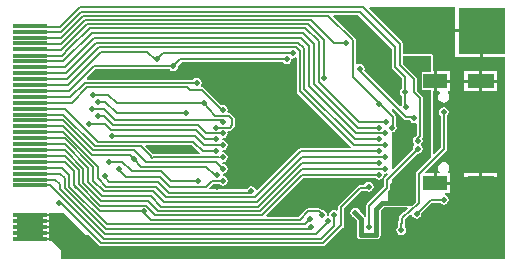
<source format=gbl>
G04*
G04 #@! TF.GenerationSoftware,Altium Limited,Altium Designer,18.1.7 (191)*
G04*
G04 Layer_Physical_Order=2*
G04 Layer_Color=16711680*
%FSLAX44Y44*%
%MOMM*%
G71*
G01*
G75*
%ADD11C,0.2000*%
%ADD12C,0.1500*%
%ADD62C,0.4000*%
%ADD69R,2.0000X1.2000*%
%ADD70R,2.3000X1.2000*%
%ADD71R,4.0000X4.0000*%
%ADD72C,0.5080*%
%ADD73R,3.0000X0.3500*%
%ADD74R,2.7000X3.1000*%
%ADD75R,4.3000X6.8000*%
%ADD76R,37.7000X1.0000*%
%ADD77R,2.3000X2.1000*%
G36*
X410427Y457874D02*
Y430000D01*
X410622Y429015D01*
X411180Y428180D01*
X456517Y382844D01*
X455991Y381573D01*
X414000D01*
X413015Y381378D01*
X412180Y380820D01*
X377260Y345899D01*
X375882Y346317D01*
X375828Y346586D01*
X374930Y347930D01*
X373586Y348828D01*
X372000Y349144D01*
X370414Y348828D01*
X369070Y347930D01*
X368172Y346586D01*
X368169Y346573D01*
X337009D01*
X336483Y347843D01*
X340066Y351427D01*
X344832D01*
X345070Y351070D01*
X346414Y350172D01*
X348000Y349856D01*
X349586Y350172D01*
X350930Y351070D01*
X351828Y352414D01*
X352144Y354000D01*
X351828Y355586D01*
X350930Y356930D01*
X349586Y357828D01*
X348250Y358094D01*
X347782Y359000D01*
X348250Y359906D01*
X349586Y360172D01*
X350930Y361070D01*
X351828Y362414D01*
X352144Y364000D01*
X351828Y365586D01*
X350930Y366930D01*
X349586Y367828D01*
X348000Y368144D01*
X347882Y368120D01*
X347373Y368686D01*
X348000Y369856D01*
X349586Y370172D01*
X350930Y371070D01*
X351828Y372414D01*
X352144Y374000D01*
X351828Y375586D01*
X350930Y376930D01*
X349586Y377828D01*
X348000Y378144D01*
X347292Y379000D01*
X348000Y379856D01*
X349586Y380172D01*
X350930Y381070D01*
X351828Y382414D01*
X352144Y384000D01*
X351828Y385586D01*
X350930Y386930D01*
X349586Y387828D01*
X348000Y388144D01*
X347292Y389000D01*
X348000Y389856D01*
X349586Y390172D01*
X350930Y391070D01*
X351828Y392414D01*
X352144Y394000D01*
X351914Y395157D01*
X352677Y396427D01*
X354000D01*
X354985Y396622D01*
X355820Y397180D01*
X357820Y399180D01*
X358378Y400015D01*
X358573Y401000D01*
Y406000D01*
X358378Y406985D01*
X357820Y407820D01*
X354820Y410820D01*
X353985Y411378D01*
X353000Y411573D01*
X352677D01*
X351914Y412844D01*
X352144Y414000D01*
X351828Y415586D01*
X350930Y416930D01*
X349586Y417828D01*
X348000Y418144D01*
X346745Y417894D01*
X331820Y432820D01*
X330985Y433378D01*
X330111Y433551D01*
X329867Y433878D01*
X329447Y434843D01*
X329828Y435414D01*
X330144Y437000D01*
X329828Y438586D01*
X328930Y439930D01*
X327586Y440828D01*
X326000Y441144D01*
X324414Y440828D01*
X323070Y439930D01*
X322832Y439573D01*
X233000D01*
Y441361D01*
X240066Y448427D01*
X302832D01*
X303070Y448070D01*
X304414Y447172D01*
X306000Y446856D01*
X307586Y447172D01*
X308930Y448070D01*
X309828Y449414D01*
X310144Y451000D01*
X310060Y451421D01*
X313066Y454426D01*
X398832D01*
X399070Y454070D01*
X400414Y453172D01*
X402000Y452856D01*
X403586Y453172D01*
X404930Y454070D01*
X405828Y455414D01*
X406092Y456742D01*
X406602Y457398D01*
X407258Y457908D01*
X408586Y458172D01*
X409157Y458553D01*
X410427Y457874D01*
D02*
G37*
G36*
X491427Y465934D02*
Y450000D01*
X491622Y449015D01*
X492180Y448180D01*
X499427Y440934D01*
Y432168D01*
X499070Y431930D01*
X498172Y430586D01*
X497856Y429000D01*
X498172Y427414D01*
X499070Y426070D01*
X499427Y425832D01*
Y418000D01*
X499432Y417975D01*
X499172Y417586D01*
X499118Y417317D01*
X497740Y416899D01*
X467587Y447053D01*
X467828Y447414D01*
X468144Y449000D01*
X467828Y450586D01*
X466930Y451930D01*
X465586Y452828D01*
X464000Y453144D01*
X462414Y452828D01*
X461843Y452447D01*
X460574Y453126D01*
Y473000D01*
X460378Y473985D01*
X459820Y474820D01*
X441194Y493445D01*
X441680Y494618D01*
X462742D01*
X491427Y465934D01*
D02*
G37*
G36*
X524000Y445824D02*
X516306D01*
Y430776D01*
X524000D01*
X524000Y373639D01*
X512180Y361820D01*
X511622Y360985D01*
X511427Y360000D01*
Y336041D01*
X507879Y333000D01*
X488000Y333000D01*
Y345360D01*
X488820Y346180D01*
X489378Y347015D01*
X489573Y348000D01*
Y351526D01*
X491000Y353111D01*
Y355361D01*
X512579Y376940D01*
X513000Y376856D01*
X514586Y377172D01*
X515930Y378070D01*
X516828Y379414D01*
X517144Y381000D01*
X516828Y382586D01*
X515930Y383930D01*
Y385070D01*
X516828Y386414D01*
X517144Y388000D01*
X516828Y389586D01*
X516587Y389947D01*
X516820Y390180D01*
X517378Y391015D01*
X517574Y392000D01*
Y424000D01*
X517378Y424985D01*
X516820Y425820D01*
X512573Y430066D01*
Y440000D01*
X512378Y440985D01*
X511820Y441820D01*
X500573Y453066D01*
Y460000D01*
X524000Y460000D01*
Y445824D01*
D02*
G37*
G36*
X328517Y377843D02*
X327991Y376573D01*
X289000D01*
X288986Y376571D01*
X288820Y376820D01*
X282386Y383253D01*
X282872Y384426D01*
X321934D01*
X328517Y377843D01*
D02*
G37*
G36*
X501180Y406180D02*
X502015Y405622D01*
X503000Y405426D01*
X506169D01*
X506172Y405414D01*
X507070Y404070D01*
X508414Y403172D01*
X510000Y402856D01*
X511157Y403086D01*
X512427Y402323D01*
Y393066D01*
X510735Y391374D01*
X510070Y390930D01*
X509172Y389586D01*
X508856Y388000D01*
X509172Y386414D01*
X510070Y385070D01*
Y383930D01*
X509172Y382586D01*
X508856Y381000D01*
X508940Y380579D01*
X492173Y363813D01*
X491000Y364299D01*
Y385000D01*
Y394856D01*
X491000Y394856D01*
X492586Y395172D01*
X493930Y396070D01*
X494828Y397414D01*
X495144Y399000D01*
X494828Y400586D01*
X494574Y400967D01*
Y408000D01*
X494378Y408985D01*
X493820Y409820D01*
X491000Y412640D01*
Y414701D01*
X492173Y415187D01*
X501180Y406180D01*
D02*
G37*
G36*
X544460Y482270D02*
X567000D01*
Y481000D01*
X568270D01*
Y458460D01*
X587000D01*
Y331540D01*
X568270D01*
Y309000D01*
X567000D01*
Y307730D01*
X544460D01*
Y289000D01*
X233000D01*
Y295000D01*
X211000Y295000D01*
X203000Y303000D01*
X201000D01*
Y327000D01*
X213000D01*
X233000Y307000D01*
Y307701D01*
X234173Y308187D01*
X243180Y299180D01*
X244015Y298622D01*
X245000Y298427D01*
X432839D01*
X433823Y298622D01*
X434658Y299180D01*
X449820Y314342D01*
X450378Y315177D01*
X450573Y316161D01*
Y330934D01*
X465066Y345426D01*
X469533D01*
X469914Y345172D01*
X471500Y344856D01*
X473086Y345172D01*
X474430Y346070D01*
X475328Y347414D01*
X475644Y349000D01*
X475328Y350586D01*
X474430Y351930D01*
X473086Y352828D01*
X471500Y353144D01*
X469914Y352828D01*
X468570Y351930D01*
X467672Y350586D01*
X467669Y350573D01*
X464000D01*
X463015Y350378D01*
X462180Y349820D01*
X446180Y333820D01*
X445622Y332985D01*
X445426Y332000D01*
Y329126D01*
X444156Y328447D01*
X443586Y328828D01*
X442000Y329144D01*
X440414Y328828D01*
X439070Y327930D01*
X438172Y326586D01*
X437856Y325000D01*
X437000Y323990D01*
X436144Y325000D01*
X435828Y326586D01*
X434930Y327930D01*
X433586Y328828D01*
X432000Y329144D01*
X431580Y329060D01*
X430820Y329820D01*
X429985Y330378D01*
X429000Y330574D01*
X420000D01*
X419015Y330378D01*
X418180Y329820D01*
X412030Y323669D01*
X385072D01*
X384546Y324939D01*
X416033Y356427D01*
X476832D01*
X477070Y356070D01*
X478414Y355172D01*
X480000Y354856D01*
X481586Y355172D01*
X482930Y356070D01*
X483828Y357414D01*
X484092Y358742D01*
X484602Y359398D01*
X485258Y359908D01*
X486586Y360172D01*
X487040Y360475D01*
X487849Y359489D01*
X485180Y356820D01*
X484622Y355985D01*
X484426Y355000D01*
Y349066D01*
X470180Y334820D01*
X469622Y333985D01*
X469426Y333000D01*
Y323830D01*
X469402Y323820D01*
X468157Y323619D01*
X467541Y324541D01*
X463911Y328171D01*
X463828Y328586D01*
X462930Y329930D01*
X461586Y330828D01*
X460000Y331144D01*
X458414Y330828D01*
X457070Y329930D01*
X456172Y328586D01*
X455856Y327000D01*
X456172Y325414D01*
X457070Y324070D01*
X458414Y323172D01*
X458829Y323089D01*
X461407Y320512D01*
Y308000D01*
X461680Y306625D01*
X462459Y305459D01*
X463625Y304681D01*
X465000Y304407D01*
X478000D01*
X479375Y304681D01*
X480541Y305459D01*
X481320Y306625D01*
X481593Y308000D01*
Y328512D01*
X484488Y331407D01*
X487864D01*
X488000Y331350D01*
X504124Y331350D01*
X504565Y330159D01*
X498149Y324660D01*
X497528Y323870D01*
X497258Y322903D01*
X496675Y315334D01*
X496070Y314930D01*
X495172Y313586D01*
X494856Y312000D01*
X495172Y310414D01*
X496070Y309070D01*
X497414Y308172D01*
X499000Y307856D01*
X500586Y308172D01*
X501930Y309070D01*
X502828Y310414D01*
X503144Y312000D01*
X502828Y313586D01*
X501930Y314930D01*
X501813Y315009D01*
X502308Y321446D01*
X506716Y325224D01*
X508106Y324743D01*
X508172Y324414D01*
X509070Y323070D01*
X510414Y322172D01*
X512000Y321856D01*
X513586Y322172D01*
X514930Y323070D01*
X515828Y324414D01*
X516144Y326000D01*
X516060Y326421D01*
X525066Y335427D01*
X531832D01*
X532070Y335070D01*
X533414Y334172D01*
X535000Y333856D01*
X536586Y334172D01*
X537930Y335070D01*
X538828Y336414D01*
X539144Y338000D01*
X538828Y339586D01*
X537930Y340930D01*
X536586Y341828D01*
X535772Y341990D01*
X535897Y343260D01*
X540370D01*
Y350530D01*
X527830D01*
Y351800D01*
X526560D01*
Y360340D01*
X519639D01*
X519153Y361513D01*
X536820Y379180D01*
X537378Y380015D01*
X537573Y381000D01*
Y408832D01*
X537930Y409070D01*
X538828Y410414D01*
X539144Y412000D01*
X538828Y413586D01*
X537930Y414930D01*
X536586Y415828D01*
X535000Y416144D01*
X533414Y415828D01*
X532070Y414930D01*
X531172Y413586D01*
X530856Y412000D01*
X531172Y410414D01*
X532070Y409070D01*
X532426Y408832D01*
Y382066D01*
X526823Y376462D01*
X525650Y376948D01*
X525649Y429760D01*
X526560D01*
Y438300D01*
Y446840D01*
X525649D01*
Y460000D01*
X525166Y461166D01*
X524000Y461650D01*
X500573Y461650D01*
Y470000D01*
X500378Y470985D01*
X499820Y471820D01*
X471813Y499827D01*
X472299Y501000D01*
X544460D01*
Y482270D01*
D02*
G37*
%LPC*%
G36*
X565730Y479730D02*
X544460D01*
Y458460D01*
X565730D01*
Y479730D01*
D02*
G37*
G36*
X580470Y446840D02*
X567700D01*
Y439570D01*
X580470D01*
Y446840D01*
D02*
G37*
G36*
X540370D02*
X529100D01*
Y439570D01*
X540370D01*
Y446840D01*
D02*
G37*
G36*
X565160D02*
X552390D01*
Y439570D01*
X565160D01*
Y446840D01*
D02*
G37*
G36*
X580470Y437030D02*
X567700D01*
Y429760D01*
X580470D01*
Y437030D01*
D02*
G37*
G36*
X565160D02*
X552390D01*
Y429760D01*
X565160D01*
Y437030D01*
D02*
G37*
G36*
X540370D02*
X529100D01*
Y429760D01*
X531245D01*
X531630Y428490D01*
X531558Y428442D01*
X530503Y426863D01*
X530132Y425000D01*
X530503Y423137D01*
X531558Y421558D01*
X533137Y420503D01*
X535000Y420132D01*
X536863Y420503D01*
X538442Y421558D01*
X539497Y423137D01*
X539868Y425000D01*
X539497Y426863D01*
X538442Y428442D01*
X538370Y428490D01*
X538755Y429760D01*
X540370D01*
Y437030D01*
D02*
G37*
G36*
X580470Y360340D02*
X567700D01*
Y353070D01*
X580470D01*
Y360340D01*
D02*
G37*
G36*
X535000Y369868D02*
X533137Y369497D01*
X531558Y368442D01*
X530503Y366863D01*
X530132Y365000D01*
X530503Y363137D01*
X531524Y361610D01*
X531463Y361308D01*
X531095Y360340D01*
X529100D01*
Y353070D01*
X540370D01*
Y360340D01*
X538905D01*
X538537Y361308D01*
X538476Y361610D01*
X539497Y363137D01*
X539868Y365000D01*
X539497Y366863D01*
X538442Y368442D01*
X536863Y369497D01*
X535000Y369868D01*
D02*
G37*
G36*
X565160Y360340D02*
X552390D01*
Y353070D01*
X565160D01*
Y360340D01*
D02*
G37*
G36*
X580470Y350530D02*
X567700D01*
Y343260D01*
X580470D01*
Y350530D01*
D02*
G37*
G36*
X565160D02*
X552390D01*
Y343260D01*
X565160D01*
Y350530D01*
D02*
G37*
G36*
X565730Y331540D02*
X544460D01*
Y310270D01*
X565730D01*
Y331540D01*
D02*
G37*
%LPD*%
D11*
X493000Y426000D02*
X494000D01*
X482000Y455000D02*
Y456000D01*
X427000Y309000D02*
X437000Y319000D01*
X248000Y309000D02*
X427000D01*
X464000Y348000D02*
X471500D01*
X210000Y336000D02*
X245000Y301000D01*
X458000Y442000D02*
X492000Y408000D01*
X442000Y316000D02*
Y325000D01*
X431000Y305000D02*
X442000Y316000D01*
X247000Y305000D02*
X431000D01*
X512000Y389000D02*
X515000Y392000D01*
X483000Y436000D02*
X493000Y426000D01*
X483000Y436000D02*
Y455000D01*
X502000Y418000D02*
X504000Y416000D01*
X502000Y429000D02*
Y442000D01*
Y418000D02*
Y429000D01*
X494000Y450000D02*
X502000Y442000D01*
X485000Y394000D02*
X486000D01*
X461000D02*
X485000D01*
X487000Y355000D02*
X513000Y381000D01*
X487000Y348000D02*
Y355000D01*
X491000Y399000D02*
X492000Y400000D01*
X494000Y450000D02*
Y467000D01*
X510000Y429000D02*
X515000Y424000D01*
X498000Y452000D02*
Y470000D01*
X510000Y429000D02*
Y440000D01*
X498000Y452000D02*
X510000Y440000D01*
X514000Y334857D02*
Y360000D01*
X499823Y322706D02*
X514000Y334857D01*
X499076Y312994D02*
X499823Y322706D01*
X514000Y360000D02*
X535000Y381000D01*
X524000Y338000D02*
X535000D01*
X512000Y326000D02*
X524000Y338000D01*
X472000Y315000D02*
Y333000D01*
X487000Y348000D01*
X448000Y332000D02*
X464000Y348000D01*
X448000Y316161D02*
Y332000D01*
X432839Y301000D02*
X448000Y316161D01*
X499000Y357000D02*
X520000Y378000D01*
X499000Y313000D02*
X499076Y312994D01*
X515000Y392000D02*
Y424000D01*
X473000Y465000D02*
X482000Y456000D01*
X535000Y381000D02*
Y412000D01*
X339000Y446000D02*
X342000Y449000D01*
X503000Y408000D02*
X510000D01*
X464000Y447000D02*
X503000Y408000D01*
X464000Y447000D02*
Y449000D01*
X399000Y385000D02*
Y425000D01*
X400000Y426000D01*
X257000Y405000D02*
X348000D01*
X243000Y420000D02*
X244000Y421000D01*
X253000Y397000D02*
X325000D01*
X248000Y402000D02*
X253000Y397000D01*
X236000Y402000D02*
X248000D01*
X248000Y421000D02*
X258000Y411000D01*
X242000Y409000D02*
X247000D01*
X255000Y401000D02*
X327000D01*
X247000Y409000D02*
X255000Y401000D01*
X247000Y415000D02*
X257000Y405000D01*
X237000Y415000D02*
X247000D01*
X244000Y421000D02*
X248000D01*
X258000Y420000D02*
X332000D01*
X251000Y427000D02*
X258000Y420000D01*
X238000Y427000D02*
X251000D01*
X214000Y415000D02*
X242000Y387000D01*
X196000Y415000D02*
X214000D01*
X198000Y410000D02*
X213000D01*
X185750Y420000D02*
X220000D01*
X233000Y433000D01*
X318000D01*
X231000Y437000D02*
X326000D01*
X219000Y425000D02*
X231000Y437000D01*
X198000Y425000D02*
X219000D01*
X239000Y451000D02*
X306000D01*
X218000Y430000D02*
X239000Y451000D01*
X198000Y430000D02*
X218000D01*
X442000Y471000D02*
X452000D01*
X422856Y490144D02*
X442000Y471000D01*
X231095Y490144D02*
X422856D01*
X291000Y457000D02*
X292000Y458000D01*
X284000Y463000D02*
X291000Y456000D01*
Y457000D01*
X245000Y463000D02*
X284000D01*
X217000Y435000D02*
X245000Y463000D01*
X197000Y435000D02*
X217000D01*
X243000Y467000D02*
X410000D01*
X216000Y440000D02*
X243000Y467000D01*
X199000Y440000D02*
X216000D01*
X241000Y471000D02*
X412000D01*
X215000Y445000D02*
X241000Y471000D01*
X195500Y445000D02*
X215000D01*
X239000Y475000D02*
X414000D01*
X214000Y450000D02*
X239000Y475000D01*
X195500Y450000D02*
X214000D01*
X237000Y479000D02*
X415572D01*
X213000Y455000D02*
X237000Y479000D01*
X196500Y455000D02*
X213000D01*
X415572Y479000D02*
X425000Y469572D01*
X520000Y378000D02*
Y418000D01*
X244000Y328000D02*
X281000D01*
X222000Y350000D02*
X244000Y328000D01*
X293000Y353000D02*
X302000Y344000D01*
X252000Y353000D02*
X293000D01*
X248000Y357000D02*
X252000Y353000D01*
X291000Y349000D02*
X300000Y340000D01*
X249000Y349000D02*
X291000D01*
X242000Y356000D02*
X249000Y349000D01*
X289000Y345000D02*
X298000Y336000D01*
X247000Y345000D02*
X289000D01*
X238000Y354000D02*
X247000Y345000D01*
X287000Y341000D02*
X295856Y332144D01*
X246000Y341000D02*
X287000D01*
X234000Y353000D02*
X246000Y341000D01*
X285000Y337000D02*
X293380Y328620D01*
X245000Y337000D02*
X285000D01*
X230000Y352000D02*
X245000Y337000D01*
X283000Y333000D02*
X290904Y325096D01*
X244000Y333000D02*
X283000D01*
X226000Y351000D02*
X244000Y333000D01*
X281000Y327000D02*
Y328000D01*
X467000Y501000D02*
X498000Y470000D01*
X492000Y400000D02*
Y408000D01*
X458000Y442000D02*
Y473000D01*
X316000Y446000D02*
X339000D01*
X306000Y451000D02*
X312000Y457000D01*
X292000D02*
X297000Y462000D01*
X258000Y411000D02*
X317000D01*
X331000Y379000D02*
X341000D01*
X323000Y387000D02*
X331000Y379000D01*
X242000Y387000D02*
X323000D01*
X332000Y384000D02*
X347000D01*
X324000Y392000D02*
X332000Y384000D01*
X254000Y392000D02*
X324000D01*
X333000Y389000D02*
X340000D01*
X325000Y397000D02*
X333000Y389000D01*
X334000Y394000D02*
X347000D01*
X327000Y401000D02*
X334000Y394000D01*
X304000Y354000D02*
X327000D01*
X296000Y362000D02*
X304000Y354000D01*
X271000Y362000D02*
X296000D01*
X259000Y363000D02*
X260000D01*
X261000D01*
X303000Y349000D02*
X334000D01*
X295000Y357000D02*
X303000Y349000D01*
X266000Y357000D02*
X295000D01*
X302000Y344000D02*
X371000D01*
X300000Y340000D02*
X375000D01*
X339000Y354000D02*
X348000D01*
X334000Y349000D02*
X339000Y354000D01*
X415000Y374000D02*
X486000D01*
X377000Y336000D02*
X415000Y374000D01*
X298000Y336000D02*
X377000D01*
X414000Y379000D02*
X481000D01*
X375000Y340000D02*
X414000Y379000D01*
X371000Y344000D02*
X372000Y345000D01*
X343000Y349000D02*
X354000D01*
X357000Y352000D01*
X437332Y493668D02*
X458000Y473000D01*
X229635Y493668D02*
X437332D01*
X433000Y441000D02*
X434000Y442000D01*
Y473000D01*
X420380Y486620D02*
X434000Y473000D01*
X232620Y486620D02*
X420380D01*
X211000Y465000D02*
X232620Y486620D01*
X429000Y438000D02*
Y472000D01*
X417904Y483096D02*
X429000Y472000D01*
X235096Y483096D02*
X417904D01*
X425000Y436000D02*
Y469572D01*
X421000Y434000D02*
Y468000D01*
X414000Y475000D02*
X421000Y468000D01*
X417000Y432000D02*
Y466000D01*
X412000Y471000D02*
X417000Y466000D01*
X413000Y430000D02*
Y464000D01*
X413000D02*
X413000D01*
X410000Y467000D02*
X413000Y464000D01*
X297000Y462000D02*
X407000D01*
X312000Y457000D02*
X402000D01*
X306000Y451000D02*
Y451000D01*
X341000Y409000D02*
X353000D01*
X332000Y420000D02*
X341000Y409000D01*
X330000Y431000D02*
X347000Y414000D01*
X320000Y431000D02*
X330000D01*
X318000Y433000D02*
X320000Y431000D01*
X295856Y332144D02*
X378144D01*
X293380Y328620D02*
X379604D01*
X290904Y325096D02*
X381063D01*
X286904Y321096D02*
X385096D01*
X281000Y327000D02*
X286904Y321096D01*
X260000Y363000D02*
X266000Y357000D01*
X270000Y363000D02*
X271000Y362000D01*
X272484Y372516D02*
X279000Y366000D01*
X334000D02*
X341000Y359000D01*
X279000Y366000D02*
X334000D01*
X342000Y370000D02*
X348000Y364000D01*
X283000Y370000D02*
X342000D01*
X273000Y380000D02*
X283000Y370000D01*
X250000Y317000D02*
X417000D01*
X218000Y349000D02*
X250000Y317000D01*
X214000Y348000D02*
X249000Y313000D01*
X210000Y347000D02*
X248000Y309000D01*
X202000Y350000D02*
X247000Y305000D01*
X270000Y363000D02*
Y363000D01*
X415000Y369000D02*
X481000D01*
X252000Y370000D02*
X263000D01*
X270000Y363000D01*
X417000Y317000D02*
X418000Y318000D01*
X245000Y301000D02*
X432839D01*
X357000Y352000D02*
X375000D01*
X248000Y357000D02*
Y358000D01*
X463568Y501000D02*
X467000D01*
X463808Y497192D02*
X494000Y467000D01*
X228176Y497192D02*
X463808D01*
X227000Y501000D02*
X463000D01*
X473000Y465000D02*
Y473000D01*
X210967Y475000D02*
X229635Y493668D01*
X459000Y384000D02*
X486000D01*
X413000Y430000D02*
X459000Y384000D01*
X460000Y389000D02*
X481000D01*
X417000Y432000D02*
X460000Y389000D01*
X421000Y434000D02*
X461000Y394000D01*
X462000Y399000D02*
X481000D01*
X425000Y436000D02*
X462000Y399000D01*
X463000Y404000D02*
X486000D01*
X429000Y438000D02*
X463000Y404000D01*
X402000Y457000D02*
Y458000D01*
X414984Y364000D02*
X486000D01*
X210000Y484000D02*
X227000Y501000D01*
X342000Y399000D02*
X354000D01*
X341000D02*
X342000D01*
X354000D02*
X356000Y401000D01*
Y406000D01*
X353000Y409000D02*
X356000Y406000D01*
X343000Y359000D02*
Y359000D01*
X289000Y374000D02*
X345000D01*
X288000Y373000D02*
X289000Y374000D01*
X385096Y321096D02*
X413096D01*
X385000Y321000D02*
X385096Y321096D01*
X218000Y466000D02*
X235096Y483096D01*
X218000Y466000D02*
X218000D01*
X212000Y460000D02*
X218000Y466000D01*
X196500Y460000D02*
X212000D01*
X378144Y332144D02*
X415000Y369000D01*
X414967Y359000D02*
X481000D01*
X379604Y328620D02*
X414984Y364000D01*
X381063Y325096D02*
X414967Y359000D01*
X381063Y325096D02*
X381096D01*
X382000Y326000D01*
X379604Y328620D02*
X379620D01*
X380000Y329000D01*
X238000Y380000D02*
X273000D01*
X287000Y374000D02*
Y375000D01*
X278500Y383500D02*
X287000Y375000D01*
X239500Y383500D02*
X278500D01*
X198500Y480000D02*
X210984D01*
X228176Y497192D01*
X197274Y325000D02*
X203967D01*
X197000Y350000D02*
X202000D01*
X210000Y347000D02*
Y351000D01*
X206000Y355000D02*
X210000Y351000D01*
X197000Y355000D02*
X206000D01*
X198000Y360000D02*
X210000D01*
X214000Y348000D02*
Y356000D01*
X210000Y360000D02*
X214000Y356000D01*
X218000Y349000D02*
Y359000D01*
X212000Y365000D02*
X218000Y359000D01*
X196000Y365000D02*
X212000D01*
X222000Y350000D02*
X224000Y348000D01*
X222000Y350000D02*
Y350000D01*
X226000Y351000D02*
Y363000D01*
X230000Y352000D02*
Y364000D01*
X234000Y353000D02*
Y365000D01*
X214000Y370000D02*
X222000Y362000D01*
Y350000D02*
Y362000D01*
X214000Y375000D02*
X226000Y363000D01*
X214000Y380000D02*
X230000Y364000D01*
X214000Y385000D02*
X234000Y365000D01*
X238000Y354000D02*
Y366000D01*
X214000Y390000D02*
X238000Y366000D01*
X194000Y375000D02*
X214000D01*
X196000Y380000D02*
X214000D01*
X193000Y390000D02*
X214000D01*
X197000Y405000D02*
X213000D01*
X196000Y400000D02*
X213000D01*
Y395000D02*
X242000Y366000D01*
X197000Y395000D02*
X213000D01*
X237000Y376000D02*
X269000D01*
X213000Y400000D02*
X237000Y376000D01*
X213000Y405000D02*
X238000Y380000D01*
X213000Y410000D02*
X239500Y383500D01*
X242000Y356000D02*
Y366000D01*
X269000Y376000D02*
X272484Y372516D01*
X272484D01*
X184750Y370000D02*
X214000D01*
X184750Y385000D02*
X214000D01*
X193000Y465000D02*
X211000D01*
X197500Y470000D02*
X210951D01*
X231095Y490144D01*
X198500Y475000D02*
X210967D01*
X197274Y320000D02*
X203967D01*
X198274Y315000D02*
X204967D01*
X198274Y310000D02*
X204967D01*
X198274Y305000D02*
X204967D01*
X413096Y321096D02*
X420000Y328000D01*
X429000D01*
X432000Y325000D01*
X417572Y317572D02*
X422000Y322000D01*
X249000Y313000D02*
X421838D01*
X199000Y484000D02*
X210000D01*
D12*
X399000Y385000D02*
X437000D01*
X392000D02*
X399000D01*
D62*
X460000Y327000D02*
X465000Y322000D01*
Y308000D02*
Y322000D01*
Y308000D02*
X478000D01*
Y330000D01*
X495000Y335000D02*
X499000Y339000D01*
X483000Y335000D02*
X495000D01*
X478000Y330000D02*
X483000Y335000D01*
D69*
X527830Y438300D02*
D03*
Y351800D02*
D03*
D70*
X566430Y438300D02*
D03*
Y351800D02*
D03*
D71*
X567000Y309000D02*
D03*
Y481000D02*
D03*
D72*
X458000Y320000D02*
D03*
X423000Y315000D02*
D03*
X460000Y327000D02*
D03*
X442000Y325000D02*
D03*
X503000Y416000D02*
D03*
X502000Y429000D02*
D03*
X494000Y425000D02*
D03*
X465000Y335000D02*
D03*
X513000Y381000D02*
D03*
Y388000D02*
D03*
X491000Y399000D02*
D03*
X535000Y338000D02*
D03*
X512000Y326000D02*
D03*
X509000Y303000D02*
D03*
X472000Y315000D02*
D03*
X505000Y455000D02*
D03*
X483000D02*
D03*
X482000Y495000D02*
D03*
X342000Y449000D02*
D03*
X464000D02*
D03*
X399000Y385000D02*
D03*
X242000Y409000D02*
D03*
X281000Y328000D02*
D03*
X317000Y411000D02*
D03*
X372000Y345000D02*
D03*
X327000Y354000D02*
D03*
X343000Y349000D02*
D03*
X452000Y471000D02*
D03*
X306000Y451000D02*
D03*
X316000Y446000D02*
D03*
X326000Y437000D02*
D03*
X332000Y420000D02*
D03*
X392000Y385000D02*
D03*
X437000D02*
D03*
X392000Y367000D02*
D03*
X449000Y349000D02*
D03*
X399000Y425000D02*
D03*
X252000Y370000D02*
D03*
X376000Y352000D02*
D03*
X248000Y358000D02*
D03*
X293000Y381000D02*
D03*
X535000Y412000D02*
D03*
X499000Y339000D02*
D03*
X485000Y325000D02*
D03*
X499000Y312000D02*
D03*
X510000Y407000D02*
D03*
X473000Y473000D02*
D03*
X434000Y441000D02*
D03*
X407000Y462000D02*
D03*
X402000Y457000D02*
D03*
X480000Y419000D02*
D03*
X485000Y364000D02*
D03*
Y374000D02*
D03*
Y384000D02*
D03*
Y394000D02*
D03*
X486000Y404000D02*
D03*
X471500Y349000D02*
D03*
X348000Y414000D02*
D03*
Y404000D02*
D03*
X342000Y399000D02*
D03*
X348000Y394000D02*
D03*
X343000Y359000D02*
D03*
X342000Y389000D02*
D03*
Y379000D02*
D03*
X348000Y384000D02*
D03*
X480000Y399000D02*
D03*
Y389000D02*
D03*
Y379000D02*
D03*
Y369000D02*
D03*
Y359000D02*
D03*
X348000Y354000D02*
D03*
Y364000D02*
D03*
X273000Y372000D02*
D03*
X348000Y374000D02*
D03*
X437000Y320000D02*
D03*
X209000Y335000D02*
D03*
X260000Y364000D02*
D03*
X235000Y402000D02*
D03*
X237000Y415000D02*
D03*
X242000Y421000D02*
D03*
X254000Y392000D02*
D03*
X292000Y457000D02*
D03*
X432000Y325000D02*
D03*
X422000Y322000D02*
D03*
X238000Y427000D02*
D03*
D73*
X184750Y325000D02*
D03*
Y460000D02*
D03*
Y455000D02*
D03*
Y450000D02*
D03*
Y445000D02*
D03*
Y485250D02*
D03*
Y465250D02*
D03*
Y475250D02*
D03*
Y470250D02*
D03*
Y480250D02*
D03*
Y440000D02*
D03*
Y430000D02*
D03*
Y410000D02*
D03*
Y390000D02*
D03*
Y370000D02*
D03*
Y350000D02*
D03*
Y310000D02*
D03*
Y435000D02*
D03*
Y415000D02*
D03*
Y425000D02*
D03*
Y420000D02*
D03*
Y395000D02*
D03*
Y405000D02*
D03*
Y400000D02*
D03*
Y375000D02*
D03*
Y385000D02*
D03*
Y380000D02*
D03*
Y355000D02*
D03*
Y365000D02*
D03*
Y360000D02*
D03*
Y315000D02*
D03*
Y320000D02*
D03*
Y305000D02*
D03*
D74*
X395500Y436500D02*
D03*
D75*
X565500Y323000D02*
D03*
D76*
X398500Y293000D02*
D03*
D77*
X184500Y314500D02*
D03*
M02*

</source>
